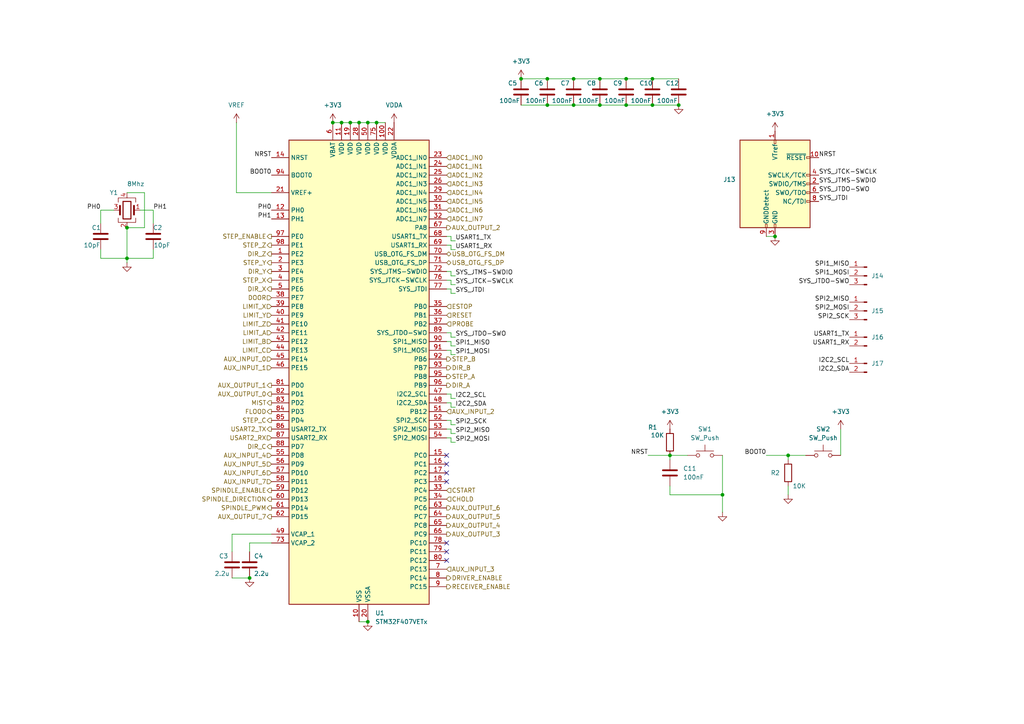
<source format=kicad_sch>
(kicad_sch (version 20250114) (generator "eeschema") (generator_version "9.0")
  (paper "A4")
  (lib_symbols
    (symbol "Connector:Conn_01x02_Pin" (pin_names (offset 1.016) (hide yes))
      (property "Reference" "J" (at 0 2.54 0))
      (property "Value" "Conn_01x02_Pin" (at 0 -5.08 0))
      (symbol "Conn_01x02_Pin_1_1"
        (rectangle (start 0.8636 0.127) (end 0 -0.127) (stroke (width 0.1524)) (fill (type outline)))
        (rectangle (start 0.8636 -2.413) (end 0 -2.667) (stroke (width 0.1524)) (fill (type outline)))
        (polyline (pts (xy 1.27 0) (xy 0.8636 0)) (stroke (width 0.1524)))
        (polyline (pts (xy 1.27 -2.54) (xy 0.8636 -2.54)) (stroke (width 0.1524)))
        (pin passive line (at 5.08 0 180) (length 3.81) (name "Pin_1") (number "1"))
        (pin passive line (at 5.08 -2.54 180) (length 3.81) (name "Pin_2") (number "2"))
      )
    )
    (symbol "Connector:Conn_01x03_Pin" (pin_names (offset 1.016) (hide yes))
      (property "Reference" "J" (at 0 5.08 0))
      (property "Value" "Conn_01x03_Pin" (at 0 -5.08 0))
      (symbol "Conn_01x03_Pin_1_1"
        (rectangle (start 0.8636 2.667) (end 0 2.413) (stroke (width 0.1524)) (fill (type outline)))
        (rectangle (start 0.8636 0.127) (end 0 -0.127) (stroke (width 0.1524)) (fill (type outline)))
        (rectangle (start 0.8636 -2.413) (end 0 -2.667) (stroke (width 0.1524)) (fill (type outline)))
        (polyline (pts (xy 1.27 2.54) (xy 0.8636 2.54)) (stroke (width 0.1524)))
        (polyline (pts (xy 1.27 0) (xy 0.8636 0)) (stroke (width 0.1524)))
        (polyline (pts (xy 1.27 -2.54) (xy 0.8636 -2.54)) (stroke (width 0.1524)))
        (pin passive line (at 5.08 2.54 180) (length 3.81) (name "Pin_1") (number "1"))
        (pin passive line (at 5.08 0 180) (length 3.81) (name "Pin_2") (number "2"))
        (pin passive line (at 5.08 -2.54 180) (length 3.81) (name "Pin_3") (number "3"))
      )
    )
    (symbol "Connector:Conn_ARM_JTAG_SWD_10" (pin_names (offset 1.016))
      (property "Reference" "J" (at -2.54 16.51 0))
      (property "Value" "Conn_ARM_JTAG_SWD_10" (at -2.54 13.97 0))
      (symbol "Conn_ARM_JTAG_SWD_10_0_1"
        (rectangle (start -10.16 12.7) (end 10.16 -12.7) (stroke (width 0.254)) (fill (type background)))
        (rectangle (start -2.794 -12.7) (end -2.286 -11.684))
        (rectangle (start -0.254 12.7) (end 0.254 11.684))
        (rectangle (start -0.254 -12.7) (end 0.254 -11.684))
        (rectangle (start 9.144 2.286) (end 10.16 2.794))
        (rectangle (start 10.16 7.874) (end 9.144 7.366))
        (rectangle (start 10.16 -0.254) (end 9.144 0.254))
        (rectangle (start 10.16 -2.794) (end 9.144 -2.286))
      )
      (symbol "Conn_ARM_JTAG_SWD_10_1_1"
        (rectangle (start 9.144 -5.334) (end 10.16 -4.826))
        (pin no_connect line (at -10.16 0 0) (length 2.54) (hide yes) (name "KEY") (number "7"))
        (pin passive line (at -2.54 -15.24 90) (length 2.54) (name "GNDDetect") (number "9"))
        (pin power_in line (at 0 15.24 270) (length 2.54) (name "VTref") (number "1"))
        (pin power_in line (at 0 -15.24 90) (length 2.54) (name "GND") (number "3"))
        (pin passive line (at 0 -15.24 90) (length 2.54) (hide yes) (name "GND") (number "5"))
        (pin open_collector line (at 12.7 7.62 180) (length 2.54) (name "~{RESET}") (number "10"))
        (pin output line (at 12.7 2.54 180) (length 2.54) (name "SWCLK/TCK") (number "4"))
        (pin bidirectional line (at 12.7 0 180) (length 2.54) (name "SWDIO/TMS") (number "2"))
        (pin input line (at 12.7 -2.54 180) (length 2.54) (name "SWO/TDO") (number "6"))
        (pin output line (at 12.7 -5.08 180) (length 2.54) (name "NC/TDI") (number "8"))
      )
    )
    (symbol "Device:C" (pin_numbers (hide yes)) (pin_names (offset 0.254))
      (property "Reference" "C" (at 0.635 2.54 0))
      (property "Value" "C" (at 0.635 -2.54 0))
      (symbol "C_0_1"
        (polyline (pts (xy -2.032 0.762) (xy 2.032 0.762)) (stroke (width 0.508)))
        (polyline (pts (xy -2.032 -0.762) (xy 2.032 -0.762)) (stroke (width 0.508)))
      )
      (symbol "C_1_1"
        (pin passive line (at 0 3.81 270) (length 2.794) (name "~") (number "1"))
        (pin passive line (at 0 -3.81 90) (length 2.794) (name "~") (number "2"))
      )
    )
    (symbol "Device:Crystal_GND24" (pin_names (offset 1.016) (hide yes))
      (property "Reference" "Y" (at 3.175 5.08 0))
      (property "Value" "Crystal_GND24" (at 3.175 3.175 0))
      (symbol "Crystal_GND24_0_1"
        (polyline (pts (xy -2.54 2.286) (xy -2.54 3.556) (xy 2.54 3.556) (xy 2.54 2.286)))
        (polyline (pts (xy -2.54 0) (xy -2.032 0)))
        (polyline (pts (xy -2.54 -2.286) (xy -2.54 -3.556) (xy 2.54 -3.556) (xy 2.54 -2.286)))
        (polyline (pts (xy -2.032 -1.27) (xy -2.032 1.27)) (stroke (width 0.508)))
        (rectangle (start -1.143 2.54) (end 1.143 -2.54) (stroke (width 0.3048)))
        (polyline (pts (xy 0 3.556) (xy 0 3.81)))
        (polyline (pts (xy 0 -3.81) (xy 0 -3.556)))
        (polyline (pts (xy 2.032 0) (xy 2.54 0)))
        (polyline (pts (xy 2.032 -1.27) (xy 2.032 1.27)) (stroke (width 0.508)))
      )
      (symbol "Crystal_GND24_1_1"
        (pin passive line (at -3.81 0 0) (length 1.27) (name "1") (number "1"))
        (pin passive line (at 0 5.08 270) (length 1.27) (name "2") (number "2"))
        (pin passive line (at 0 -5.08 90) (length 1.27) (name "4") (number "4"))
        (pin passive line (at 3.81 0 180) (length 1.27) (name "3") (number "3"))
      )
    )
    (symbol "Device:R" (pin_numbers (hide yes)) (pin_names (offset 0))
      (property "Reference" "R" (at 2.032 0 90))
      (property "Value" "R" (at 0 0 90))
      (symbol "R_0_1"
        (rectangle (start -1.016 -2.54) (end 1.016 2.54) (stroke (width 0.254)))
      )
      (symbol "R_1_1"
        (pin passive line (at 0 3.81 270) (length 1.27) (name "~") (number "1"))
        (pin passive line (at 0 -3.81 90) (length 1.27) (name "~") (number "2"))
      )
    )
    (symbol "MCU_ST_STM32F4:STM32F407VETx"
      (property "Reference" "U" (at -20.32 69.85 0))
      (property "Value" "STM32F407VETx" (at 12.7 69.85 0))
      (symbol "STM32F407VETx_0_1"
        (rectangle (start -20.32 -66.04) (end 20.32 68.58) (stroke (width 0.254)) (fill (type background)))
      )
      (symbol "STM32F407VETx_1_1"
        (pin input line (at -25.4 63.5 0) (length 5.08) (name "NRST") (number "14"))
        (pin input line (at -25.4 58.42 0) (length 5.08) (name "BOOT0") (number "94"))
        (pin input line (at -25.4 53.34 0) (length 5.08) (name "VREF+") (number "21"))
        (pin bidirectional line (at -25.4 48.26 0) (length 5.08) (name "PH0") (number "12"))
        (pin bidirectional line (at -25.4 45.72 0) (length 5.08) (name "PH1") (number "13"))
        (pin bidirectional line (at -25.4 40.64 0) (length 5.08) (name "PE0") (number "97"))
        (pin bidirectional line (at -25.4 38.1 0) (length 5.08) (name "PE1") (number "98"))
        (pin bidirectional line (at -25.4 35.56 0) (length 5.08) (name "PE2") (number "1"))
        (pin bidirectional line (at -25.4 33.02 0) (length 5.08) (name "PE3") (number "2"))
        (pin bidirectional line (at -25.4 30.48 0) (length 5.08) (name "PE4") (number "3"))
        (pin bidirectional line (at -25.4 27.94 0) (length 5.08) (name "PE5") (number "4"))
        (pin bidirectional line (at -25.4 25.4 0) (length 5.08) (name "PE6") (number "5"))
        (pin bidirectional line (at -25.4 22.86 0) (length 5.08) (name "PE7") (number "38"))
        (pin bidirectional line (at -25.4 20.32 0) (length 5.08) (name "PE8") (number "39"))
        (pin bidirectional line (at -25.4 17.78 0) (length 5.08) (name "PE9") (number "40"))
        (pin bidirectional line (at -25.4 15.24 0) (length 5.08) (name "PE10") (number "41"))
        (pin bidirectional line (at -25.4 12.7 0) (length 5.08) (name "PE11") (number "42"))
        (pin bidirectional line (at -25.4 10.16 0) (length 5.08) (name "PE12") (number "43"))
        (pin bidirectional line (at -25.4 7.62 0) (length 5.08) (name "PE13") (number "44"))
        (pin bidirectional line (at -25.4 5.08 0) (length 5.08) (name "PE14") (number "45"))
        (pin bidirectional line (at -25.4 2.54 0) (length 5.08) (name "PE15") (number "46"))
        (pin bidirectional line (at -25.4 -2.54 0) (length 5.08) (name "PD0") (number "81"))
        (pin bidirectional line (at -25.4 -5.08 0) (length 5.08) (name "PD1") (number "82"))
        (pin bidirectional line (at -25.4 -7.62 0) (length 5.08) (name "PD2") (number "83"))
        (pin bidirectional line (at -25.4 -10.16 0) (length 5.08) (name "PD3") (number "84"))
        (pin bidirectional line (at -25.4 -12.7 0) (length 5.08) (name "PD4") (number "85"))
        (pin bidirectional line (at -25.4 -15.24 0) (length 5.08) (name "PD5") (number "86") (alternate "USART2_TX" bidirectional line))
        (pin bidirectional line (at -25.4 -17.78 0) (length 5.08) (name "PD6") (number "87") (alternate "USART2_RX" bidirectional line))
        (pin bidirectional line (at -25.4 -20.32 0) (length 5.08) (name "PD7") (number "88"))
        (pin bidirectional line (at -25.4 -22.86 0) (length 5.08) (name "PD8") (number "55"))
        (pin bidirectional line (at -25.4 -25.4 0) (length 5.08) (name "PD9") (number "56"))
        (pin bidirectional line (at -25.4 -27.94 0) (length 5.08) (name "PD10") (number "57"))
        (pin bidirectional line (at -25.4 -30.48 0) (length 5.08) (name "PD11") (number "58"))
        (pin bidirectional line (at -25.4 -33.02 0) (length 5.08) (name "PD12") (number "59"))
        (pin bidirectional line (at -25.4 -35.56 0) (length 5.08) (name "PD13") (number "60"))
        (pin bidirectional line (at -25.4 -38.1 0) (length 5.08) (name "PD14") (number "61"))
        (pin bidirectional line (at -25.4 -40.64 0) (length 5.08) (name "PD15") (number "62"))
        (pin power_out line (at -25.4 -45.72 0) (length 5.08) (name "VCAP_1") (number "49"))
        (pin power_out line (at -25.4 -48.26 0) (length 5.08) (name "VCAP_2") (number "73"))
        (pin power_in line (at -7.62 73.66 270) (length 5.08) (name "VBAT") (number "6"))
        (pin power_in line (at -5.08 73.66 270) (length 5.08) (name "VDD") (number "11"))
        (pin power_in line (at -2.54 73.66 270) (length 5.08) (name "VDD") (number "19"))
        (pin power_in line (at 0 73.66 270) (length 5.08) (name "VDD") (number "28"))
        (pin power_in line (at 0 -71.12 90) (length 5.08) (name "VSS") (number "10"))
        (pin passive line (at 0 -71.12 90) (length 5.08) (hide yes) (name "VSS") (number "27"))
        (pin passive line (at 0 -71.12 90) (length 5.08) (hide yes) (name "VSS") (number "74"))
        (pin passive line (at 0 -71.12 90) (length 5.08) (hide yes) (name "VSS") (number "99"))
        (pin power_in line (at 2.54 73.66 270) (length 5.08) (name "VDD") (number "50"))
        (pin power_in line (at 2.54 -71.12 90) (length 5.08) (name "VSSA") (number "20"))
        (pin power_in line (at 5.08 73.66 270) (length 5.08) (name "VDD") (number "75"))
        (pin power_in line (at 7.62 73.66 270) (length 5.08) (name "VDD") (number "100"))
        (pin power_in line (at 10.16 73.66 270) (length 5.08) (name "VDDA") (number "22"))
        (pin bidirectional line (at 25.4 63.5 180) (length 5.08) (name "PA0") (number "23") (alternate "ADC1_IN0" bidirectional line))
        (pin bidirectional line (at 25.4 60.96 180) (length 5.08) (name "PA1") (number "24") (alternate "ADC1_IN1" bidirectional line))
        (pin bidirectional line (at 25.4 58.42 180) (length 5.08) (name "PA2") (number "25") (alternate "ADC1_IN2" bidirectional line) (alternate "USART2_TX" bidirectional line))
        (pin bidirectional line (at 25.4 55.88 180) (length 5.08) (name "PA3") (number "26") (alternate "ADC1_IN3" bidirectional line) (alternate "USART2_RX" bidirectional line))
        (pin bidirectional line (at 25.4 53.34 180) (length 5.08) (name "PA4") (number "29") (alternate "ADC1_IN4" bidirectional line))
        (pin bidirectional line (at 25.4 50.8 180) (length 5.08) (name "PA5") (number "30") (alternate "ADC1_IN5" bidirectional line))
        (pin bidirectional line (at 25.4 48.26 180) (length 5.08) (name "PA6") (number "31") (alternate "ADC1_IN6" bidirectional line) (alternate "SPI1_MISO" bidirectional line))
        (pin bidirectional line (at 25.4 45.72 180) (length 5.08) (name "PA7") (number "32") (alternate "ADC1_IN7" bidirectional line) (alternate "SPI1_MOSI" bidirectional line))
        (pin bidirectional line (at 25.4 43.18 180) (length 5.08) (name "PA8") (number "67") (alternate "" input line))
        (pin bidirectional line (at 25.4 40.64 180) (length 5.08) (name "PA9") (number "68") (alternate "USART1_TX" bidirectional line))
        (pin bidirectional line (at 25.4 38.1 180) (length 5.08) (name "PA10") (number "69") (alternate "USART1_RX" bidirectional line))
        (pin bidirectional line (at 25.4 35.56 180) (length 5.08) (name "PA11") (number "70") (alternate "USB_OTG_FS_DM" bidirectional line))
        (pin bidirectional line (at 25.4 33.02 180) (length 5.08) (name "PA12") (number "71") (alternate "USB_OTG_FS_DP" bidirectional line))
        (pin bidirectional line (at 25.4 30.48 180) (length 5.08) (name "PA13") (number "72") (alternate "SYS_JTMS-SWDIO" bidirectional line))
        (pin bidirectional line (at 25.4 27.94 180) (length 5.08) (name "PA14") (number "76") (alternate "SYS_JTCK-SWCLK" bidirectional line))
        (pin bidirectional line (at 25.4 25.4 180) (length 5.08) (name "PA15") (number "77") (alternate "SYS_JTDI" bidirectional line))
        (pin bidirectional line (at 25.4 20.32 180) (length 5.08) (name "PB0") (number "35") (alternate "" input line))
        (pin bidirectional line (at 25.4 17.78 180) (length 5.08) (name "PB1") (number "36"))
        (pin bidirectional line (at 25.4 15.24 180) (length 5.08) (name "PB2") (number "37"))
        (pin bidirectional line (at 25.4 12.7 180) (length 5.08) (name "PB3") (number "89") (alternate "SYS_JTDO-SWO" bidirectional line))
        (pin bidirectional line (at 25.4 10.16 180) (length 5.08) (name "PB4") (number "90") (alternate "" input line) (alternate "SPI1_MISO" bidirectional line))
        (pin bidirectional line (at 25.4 7.62 180) (length 5.08) (name "PB5") (number "91") (alternate "" input line) (alternate "SPI1_MOSI" bidirectional line))
        (pin bidirectional line (at 25.4 5.08 180) (length 5.08) (name "PB6") (number "92") (alternate "USART1_TX" bidirectional line))
        (pin bidirectional line (at 25.4 2.54 180) (length 5.08) (name "PB7") (number "93") (alternate "USART1_RX" bidirectional line))
        (pin bidirectional line (at 25.4 0 180) (length 5.08) (name "PB8") (number "95"))
        (pin bidirectional line (at 25.4 -2.54 180) (length 5.08) (name "PB9") (number "96"))
        (pin bidirectional line (at 25.4 -5.08 180) (length 5.08) (name "PB10") (number "47") (alternate "I2C2_SCL" bidirectional line) (alternate "SPI2_SCK" bidirectional line))
        (pin bidirectional line (at 25.4 -7.62 180) (length 5.08) (name "PB11") (number "48") (alternate "I2C2_SDA" bidirectional line))
        (pin bidirectional line (at 25.4 -10.16 180) (length 5.08) (name "PB12") (number "51"))
        (pin bidirectional line (at 25.4 -12.7 180) (length 5.08) (name "PB13") (number "52") (alternate "SPI2_SCK" bidirectional line))
        (pin bidirectional line (at 25.4 -15.24 180) (length 5.08) (name "PB14") (number "53") (alternate "SPI2_MISO" bidirectional line))
        (pin bidirectional line (at 25.4 -17.78 180) (length 5.08) (name "PB15") (number "54") (alternate "SPI2_MOSI" bidirectional line))
        (pin bidirectional line (at 25.4 -22.86 180) (length 5.08) (name "PC0") (number "15"))
        (pin bidirectional line (at 25.4 -25.4 180) (length 5.08) (name "PC1") (number "16"))
        (pin bidirectional line (at 25.4 -27.94 180) (length 5.08) (name "PC2") (number "17") (alternate "SPI2_MISO" bidirectional line))
        (pin bidirectional line (at 25.4 -30.48 180) (length 5.08) (name "PC3") (number "18") (alternate "SPI2_MOSI" bidirectional line))
        (pin bidirectional line (at 25.4 -33.02 180) (length 5.08) (name "PC4") (number "33"))
        (pin bidirectional line (at 25.4 -35.56 180) (length 5.08) (name "PC5") (number "34"))
        (pin bidirectional line (at 25.4 -38.1 180) (length 5.08) (name "PC6") (number "63"))
        (pin bidirectional line (at 25.4 -40.64 180) (length 5.08) (name "PC7") (number "64"))
        (pin bidirectional line (at 25.4 -43.18 180) (length 5.08) (name "PC8") (number "65"))
        (pin bidirectional line (at 25.4 -45.72 180) (length 5.08) (name "PC9") (number "66"))
        (pin bidirectional line (at 25.4 -48.26 180) (length 5.08) (name "PC10") (number "78"))
        (pin bidirectional line (at 25.4 -50.8 180) (length 5.08) (name "PC11") (number "79"))
        (pin bidirectional line (at 25.4 -53.34 180) (length 5.08) (name "PC12") (number "80"))
        (pin bidirectional line (at 25.4 -55.88 180) (length 5.08) (name "PC13") (number "7"))
        (pin bidirectional line (at 25.4 -58.42 180) (length 5.08) (name "PC14") (number "8"))
        (pin bidirectional line (at 25.4 -60.96 180) (length 5.08) (name "PC15") (number "9"))
      )
    )
    (symbol "Switch:SW_Push" (pin_numbers (hide yes)) (pin_names (offset 1.016) (hide yes))
      (property "Reference" "SW" (at 1.27 2.54 0))
      (property "Value" "SW_Push" (at 0 -1.524 0))
      (symbol "SW_Push_0_1"
        (circle (center -2.032 0) (radius 0.508))
        (polyline (pts (xy 0 1.27) (xy 0 3.048)))
        (circle (center 2.032 0) (radius 0.508))
        (polyline (pts (xy 2.54 1.27) (xy -2.54 1.27)))
        (pin passive line (at -5.08 0 0) (length 2.54) (name "1") (number "1"))
        (pin passive line (at 5.08 0 180) (length 2.54) (name "2") (number "2"))
      )
    )
    (symbol "power:+3.3VA" (power) (pin_numbers (hide yes)) (pin_names (offset 0) (hide yes))
      (property "Value" "+3.3VA" (at 0 3.556 0))
      (symbol "+3.3VA_0_1"
        (polyline (pts (xy -0.762 1.27) (xy 0 2.54)))
        (polyline (pts (xy 0 2.54) (xy 0.762 1.27)))
        (polyline (pts (xy 0 0) (xy 0 2.54)))
      )
      (symbol "+3.3VA_1_1"
        (pin power_in line (at 0 0 90) (length 0) (name "~") (number "1"))
      )
    )
    (symbol "power:+3V3" (power) (pin_numbers (hide yes)) (pin_names (offset 0) (hide yes))
      (property "Value" "+3V3" (at 0 3.556 0))
      (symbol "+3V3_0_1"
        (polyline (pts (xy -0.762 1.27) (xy 0 2.54)))
        (polyline (pts (xy 0 2.54) (xy 0.762 1.27)))
        (polyline (pts (xy 0 0) (xy 0 2.54)))
      )
      (symbol "+3V3_1_1"
        (pin power_in line (at 0 0 90) (length 0) (name "~") (number "1"))
      )
    )
    (symbol "power:GND" (power) (pin_numbers (hide yes)) (pin_names (offset 0) (hide yes))
      (property "Value" "GND" (at 0 -3.81 0))
      (symbol "GND_0_1"
        (polyline (pts (xy 0 0) (xy 0 -1.27) (xy 1.27 -1.27) (xy 0 -2.54) (xy -1.27 -1.27) (xy 0 -1.27)))
      )
      (symbol "GND_1_1"
        (pin power_in line (at 0 0 270) (length 0) (name "~") (number "1"))
      )
    )
    (symbol "power:VDDA" (power) (pin_numbers (hide yes)) (pin_names (offset 0) (hide yes))
      (property "Value" "VDDA" (at 0 3.556 0))
      (symbol "VDDA_0_1"
        (polyline (pts (xy -0.762 1.27) (xy 0 2.54)))
        (polyline (pts (xy 0 2.54) (xy 0.762 1.27)))
        (polyline (pts (xy 0 0) (xy 0 2.54)))
      )
      (symbol "VDDA_1_1"
        (pin power_in line (at 0 0 90) (length 0) (name "~") (number "1"))
      )
    )
  )
  (junction (at 189.23 22.86))
  (junction (at 36.83 74.93))
  (junction (at 104.14 35.56))
  (junction (at 209.55 143.51))
  (junction (at 224.79 68.58))
  (junction (at 109.22 35.56))
  (junction (at 106.68 35.56))
  (junction (at 166.37 22.86))
  (junction (at 189.23 30.48))
  (junction (at 101.6 35.56))
  (junction (at 181.61 30.48))
  (junction (at 196.85 30.48))
  (junction (at 173.99 22.86))
  (junction (at 72.39 167.64))
  (junction (at 151.13 22.86))
  (junction (at 194.31 132.08))
  (junction (at 228.6 132.08))
  (junction (at 158.75 30.48))
  (junction (at 158.75 22.86))
  (junction (at 166.37 30.48))
  (junction (at 173.99 30.48))
  (junction (at 99.06 35.56))
  (junction (at 96.52 35.56))
  (junction (at 181.61 22.86))
  (junction (at 36.83 66.04))
  (junction (at 106.68 180.34))
  (no_connect (at 129.54 162.56))
  (no_connect (at 129.54 134.62))
  (no_connect (at 129.54 132.08))
  (no_connect (at 129.54 157.48))
  (no_connect (at 129.54 137.16))
  (no_connect (at 129.54 139.7))
  (no_connect (at 129.54 160.02))
  (wire (pts (xy 130.81 115.57) (xy 132.08 115.57)))
  (wire (pts (xy 151.13 22.86) (xy 158.75 22.86)))
  (wire (pts (xy 130.81 114.3) (xy 130.81 115.57)))
  (wire (pts (xy 173.99 30.48) (xy 181.61 30.48)))
  (wire (pts (xy 130.81 72.39) (xy 130.81 71.12)))
  (wire (pts (xy 130.81 123.19) (xy 130.81 121.92)))
  (wire (pts (xy 104.14 180.34) (xy 106.68 180.34)))
  (wire (pts (xy 129.54 101.6) (xy 130.81 101.6)))
  (wire (pts (xy 72.39 160.02) (xy 72.39 157.48)))
  (wire (pts (xy 44.45 74.93) (xy 44.45 72.39)))
  (wire (pts (xy 194.31 143.51) (xy 209.55 143.51)))
  (wire (pts (xy 130.81 97.79) (xy 132.08 97.79)))
  (wire (pts (xy 99.06 35.56) (xy 101.6 35.56)))
  (wire (pts (xy 194.31 133.35) (xy 194.31 132.08)))
  (wire (pts (xy 132.08 128.27) (xy 130.81 128.27)))
  (wire (pts (xy 129.54 116.84) (xy 130.81 116.84)))
  (wire (pts (xy 130.81 85.09) (xy 130.81 83.82)))
  (wire (pts (xy 228.6 143.51) (xy 228.6 140.97)))
  (wire (pts (xy 130.81 100.33) (xy 132.08 100.33)))
  (wire (pts (xy 68.58 35.56) (xy 68.58 55.88)))
  (wire (pts (xy 36.83 55.88) (xy 41.91 55.88)))
  (wire (pts (xy 130.81 68.58) (xy 129.54 68.58)))
  (wire (pts (xy 104.14 35.56) (xy 106.68 35.56)))
  (wire (pts (xy 209.55 148.59) (xy 209.55 143.51)))
  (wire (pts (xy 130.81 80.01) (xy 132.08 80.01)))
  (wire (pts (xy 130.81 99.06) (xy 130.81 100.33)))
  (wire (pts (xy 41.91 55.88) (xy 41.91 66.04)))
  (wire (pts (xy 130.81 128.27) (xy 130.81 127)))
  (wire (pts (xy 222.25 68.58) (xy 224.79 68.58)))
  (wire (pts (xy 132.08 69.85) (xy 130.81 69.85)))
  (wire (pts (xy 129.54 114.3) (xy 130.81 114.3)))
  (wire (pts (xy 187.96 132.08) (xy 194.31 132.08)))
  (wire (pts (xy 36.83 74.93) (xy 44.45 74.93)))
  (wire (pts (xy 129.54 99.06) (xy 130.81 99.06)))
  (wire (pts (xy 130.81 124.46) (xy 129.54 124.46)))
  (wire (pts (xy 130.81 121.92) (xy 129.54 121.92)))
  (wire (pts (xy 222.25 132.08) (xy 228.6 132.08)))
  (wire (pts (xy 130.81 96.52) (xy 130.81 97.79)))
  (wire (pts (xy 132.08 85.09) (xy 130.81 85.09)))
  (wire (pts (xy 130.81 82.55) (xy 130.81 81.28)))
  (wire (pts (xy 130.81 102.87) (xy 132.08 102.87)))
  (wire (pts (xy 194.31 132.08) (xy 199.39 132.08)))
  (wire (pts (xy 130.81 127) (xy 129.54 127)))
  (wire (pts (xy 228.6 133.35) (xy 228.6 132.08)))
  (wire (pts (xy 132.08 72.39) (xy 130.81 72.39)))
  (wire (pts (xy 130.81 118.11) (xy 132.08 118.11)))
  (wire (pts (xy 130.81 101.6) (xy 130.81 102.87)))
  (wire (pts (xy 132.08 82.55) (xy 130.81 82.55)))
  (wire (pts (xy 44.45 60.96) (xy 40.64 60.96)))
  (wire (pts (xy 44.45 64.77) (xy 44.45 60.96)))
  (wire (pts (xy 101.6 35.56) (xy 104.14 35.56)))
  (wire (pts (xy 209.55 132.08) (xy 209.55 143.51)))
  (wire (pts (xy 130.81 71.12) (xy 129.54 71.12)))
  (wire (pts (xy 129.54 96.52) (xy 130.81 96.52)))
  (wire (pts (xy 36.83 74.93) (xy 36.83 76.2)))
  (wire (pts (xy 173.99 22.86) (xy 181.61 22.86)))
  (wire (pts (xy 68.58 55.88) (xy 78.74 55.88)))
  (wire (pts (xy 67.31 154.94) (xy 67.31 160.02)))
  (wire (pts (xy 228.6 132.08) (xy 233.68 132.08)))
  (wire (pts (xy 36.83 66.04) (xy 36.83 74.93)))
  (wire (pts (xy 29.21 60.96) (xy 33.02 60.96)))
  (wire (pts (xy 109.22 35.56) (xy 111.76 35.56)))
  (wire (pts (xy 130.81 80.01) (xy 130.81 78.74)))
  (wire (pts (xy 158.75 30.48) (xy 166.37 30.48)))
  (wire (pts (xy 130.81 78.74) (xy 129.54 78.74)))
  (wire (pts (xy 106.68 35.56) (xy 109.22 35.56)))
  (wire (pts (xy 132.08 125.73) (xy 130.81 125.73)))
  (wire (pts (xy 96.52 35.56) (xy 99.06 35.56)))
  (wire (pts (xy 243.84 124.46) (xy 243.84 132.08)))
  (wire (pts (xy 132.08 123.19) (xy 130.81 123.19)))
  (wire (pts (xy 166.37 22.86) (xy 173.99 22.86)))
  (wire (pts (xy 29.21 64.77) (xy 29.21 60.96)))
  (wire (pts (xy 130.81 125.73) (xy 130.81 124.46)))
  (wire (pts (xy 130.81 69.85) (xy 130.81 68.58)))
  (wire (pts (xy 130.81 83.82) (xy 129.54 83.82)))
  (wire (pts (xy 130.81 116.84) (xy 130.81 118.11)))
  (wire (pts (xy 72.39 157.48) (xy 78.74 157.48)))
  (wire (pts (xy 78.74 154.94) (xy 67.31 154.94)))
  (wire (pts (xy 189.23 22.86) (xy 196.85 22.86)))
  (wire (pts (xy 166.37 30.48) (xy 173.99 30.48)))
  (wire (pts (xy 36.83 74.93) (xy 29.21 74.93)))
  (wire (pts (xy 67.31 167.64) (xy 72.39 167.64)))
  (wire (pts (xy 41.91 66.04) (xy 36.83 66.04)))
  (wire (pts (xy 181.61 22.86) (xy 189.23 22.86)))
  (wire (pts (xy 151.13 30.48) (xy 158.75 30.48)))
  (wire (pts (xy 194.31 143.51) (xy 194.31 140.97)))
  (wire (pts (xy 130.81 81.28) (xy 129.54 81.28)))
  (wire (pts (xy 181.61 30.48) (xy 189.23 30.48)))
  (wire (pts (xy 29.21 74.93) (xy 29.21 72.39)))
  (wire (pts (xy 196.85 30.48) (xy 189.23 30.48)))
  (wire (pts (xy 158.75 22.86) (xy 166.37 22.86)))
  (label "I2C2_SDA" (at 132.08 118.11 0))
  (label "I2C2_SCL" (at 246.38 105.41 180))
  (label "SPI2_MOSI" (at 246.38 90.17 180))
  (label "I2C2_SCL" (at 132.08 115.57 0))
  (label "I2C2_SDA" (at 246.38 107.95 180))
  (label "PH0" (at 29.21 60.96 180))
  (label "SPI2_MISO" (at 132.08 125.73 0))
  (label "SYS_JTMS-SWDIO" (at 132.08 80.01 0))
  (label "SPI2_SCK" (at 132.08 123.19 0))
  (label "NRST" (at 187.96 132.08 180))
  (label "USART1_RX" (at 246.38 100.33 180))
  (label "SPI1_MISO" (at 132.08 100.33 0))
  (label "PH1" (at 44.45 60.96 0))
  (label "PH1" (at 78.74 63.5 180))
  (label "SYS_JTMS-SWDIO" (at 237.49 53.34 0))
  (label "SPI1_MOSI" (at 246.38 80.01 180))
  (label "BOOT0" (at 222.25 132.08 180))
  (label "BOOT0" (at 78.74 50.8 180))
  (label "SPI1_MOSI" (at 132.08 102.87 0))
  (label "SPI2_MISO" (at 246.38 87.63 180))
  (label "SYS_JTDI" (at 237.49 58.42 0))
  (label "SYS_JTDO-SWO" (at 132.08 97.79 0))
  (label "SYS_JTDO-SWO" (at 237.49 55.88 0))
  (label "SYS_JTCK-SWCLK" (at 132.08 82.55 0))
  (label "USART1_TX" (at 132.08 69.85 0))
  (label "SYS_JTDI" (at 132.08 85.09 0))
  (label "SPI2_SCK" (at 246.38 92.71 180))
  (label "SPI2_MOSI" (at 132.08 128.27 0))
  (label "PH0" (at 78.74 60.96 180))
  (label "NRST" (at 237.49 45.72 0))
  (label "USART1_TX" (at 246.38 97.79 180))
  (label "SYS_JTDO-SWO" (at 246.38 82.55 180))
  (label "SPI1_MISO" (at 246.38 77.47 180))
  (label "SYS_JTCK-SWCLK" (at 237.49 50.8 0))
  (label "NRST" (at 78.74 45.72 180))
  (label "USART1_RX" (at 132.08 72.39 0))
  (hierarchical_label "ADC1_IN5" (shape input) (at 129.54 58.42 0))
  (hierarchical_label "ADC1_IN7" (shape input) (at 129.54 63.5 0))
  (hierarchical_label "DOOR" (shape input) (at 78.74 86.36 180))
  (hierarchical_label "USB_OTG_FS_DP" (shape bidirectional) (at 129.54 76.2 0))
  (hierarchical_label "STEP_Z" (shape output) (at 78.74 71.12 180))
  (hierarchical_label "AUX_OUTPUT_0" (shape output) (at 78.74 114.3 180))
  (hierarchical_label "USART2_RX" (shape input) (at 78.74 127 180))
  (hierarchical_label "RECEIVER_ENABLE" (shape output) (at 129.54 170.18 0))
  (hierarchical_label "SPINDLE_ENABLE" (shape output) (at 78.74 142.24 180))
  (hierarchical_label "AUX_OUTPUT_7" (shape output) (at 78.74 149.86 180))
  (hierarchical_label "STEP_Y" (shape output) (at 78.74 76.2 180))
  (hierarchical_label "SPINDLE_DIRECTION" (shape output) (at 78.74 144.78 180))
  (hierarchical_label "ADC1_IN4" (shape input) (at 129.54 55.88 0))
  (hierarchical_label "USB_OTG_FS_DM" (shape bidirectional) (at 129.54 73.66 0))
  (hierarchical_label "MIST" (shape output) (at 78.74 116.84 180))
  (hierarchical_label "DIR_C" (shape output) (at 78.74 129.54 180))
  (hierarchical_label "AUX_OUTPUT_5" (shape output) (at 129.54 149.86 0))
  (hierarchical_label "LIMIT_B" (shape input) (at 78.74 99.06 180))
  (hierarchical_label "LIMIT_A" (shape input) (at 78.74 96.52 180))
  (hierarchical_label "AUX_OUTPUT_2" (shape output) (at 129.54 66.04 0))
  (hierarchical_label "AUX_INPUT_1" (shape input) (at 78.74 106.68 180))
  (hierarchical_label "LIMIT_Z" (shape input) (at 78.74 93.98 180))
  (hierarchical_label "AUX_INPUT_7" (shape input) (at 78.74 139.7 180))
  (hierarchical_label "STEP_A" (shape output) (at 129.54 109.22 0))
  (hierarchical_label "ESTOP" (shape input) (at 129.54 88.9 0))
  (hierarchical_label "AUX_INPUT_3" (shape input) (at 129.54 165.1 0))
  (hierarchical_label "AUX_OUTPUT_6" (shape output) (at 129.54 147.32 0))
  (hierarchical_label "LIMIT_C" (shape input) (at 78.74 101.6 180))
  (hierarchical_label "LIMIT_Y" (shape input) (at 78.74 91.44 180))
  (hierarchical_label "DIR_A" (shape output) (at 129.54 111.76 0))
  (hierarchical_label "AUX_OUTPUT_1" (shape output) (at 78.74 111.76 180))
  (hierarchical_label "FLOOD" (shape output) (at 78.74 119.38 180))
  (hierarchical_label "LIMIT_X" (shape input) (at 78.74 88.9 180))
  (hierarchical_label "USART2_TX" (shape output) (at 78.74 124.46 180))
  (hierarchical_label "STEP_B" (shape output) (at 129.54 104.14 0))
  (hierarchical_label "DIR_Y" (shape output) (at 78.74 78.74 180))
  (hierarchical_label "ADC1_IN1" (shape input) (at 129.54 48.26 0))
  (hierarchical_label "AUX_INPUT_0" (shape input) (at 78.74 104.14 180))
  (hierarchical_label "AUX_OUTPUT_4" (shape output) (at 129.54 152.4 0))
  (hierarchical_label "AUX_INPUT_5" (shape input) (at 78.74 134.62 180))
  (hierarchical_label "AUX_INPUT_4" (shape input) (at 78.74 132.08 180))
  (hierarchical_label "DIR_X" (shape output) (at 78.74 83.82 180))
  (hierarchical_label "DRIVER_ENABLE" (shape output) (at 129.54 167.64 0))
  (hierarchical_label "DIR_Z" (shape output) (at 78.74 73.66 180))
  (hierarchical_label "STEP_ENABLE" (shape output) (at 78.74 68.58 180))
  (hierarchical_label "STEP_X" (shape output) (at 78.74 81.28 180))
  (hierarchical_label "CHOLD" (shape input) (at 129.54 144.78 0))
  (hierarchical_label "ADC1_IN0" (shape input) (at 129.54 45.72 0))
  (hierarchical_label "SPINDLE_PWM" (shape output) (at 78.74 147.32 180))
  (hierarchical_label "CSTART" (shape input) (at 129.54 142.24 0))
  (hierarchical_label "DIR_B" (shape output) (at 129.54 106.68 0))
  (hierarchical_label "ADC1_IN2" (shape input) (at 129.54 50.8 0))
  (hierarchical_label "STEP_C" (shape output) (at 78.74 121.92 180))
  (hierarchical_label "AUX_INPUT_6" (shape input) (at 78.74 137.16 180))
  (hierarchical_label "ADC1_IN3" (shape input) (at 129.54 53.34 0))
  (hierarchical_label "AUX_INPUT_2" (shape input) (at 129.54 119.38 0))
  (hierarchical_label "PROBE" (shape input) (at 129.54 93.98 0))
  (hierarchical_label "RESET" (shape input) (at 129.54 91.44 0))
  (hierarchical_label "ADC1_IN6" (shape input) (at 129.54 60.96 0))
  (hierarchical_label "AUX_OUTPUT_3" (shape output) (at 129.54 154.94 0))
  (symbol (lib_id "Device:C") (at 173.99 26.67 0) (unit 1)
    (property "Reference" "C8" (at 170.18 24.13 0) (effects (justify left)))
    (property "Value" "100nF" (at 167.64 29.21 0) (effects (justify left)))
    (property "Footprint" "Capacitor_SMD:C_0603_1608Metric" (effects (hide yes)))
    (property "Datasheet" "https://wmsc.lcsc.com/wmsc/upload/file/pdf/v2/lcsc/2211101700_YAGEO-CC0603KRX7R9BB104_C14663.pdf" (effects (hide yes)))
    (property "Description" "50V 100nF X7R ±10% 0603 Multilayer Ceramic Capacitors MLCC - SMD/SMT ROHS" (effects (hide yes)))
    (property "#" "C14663" (effects (hide yes)))
    (property "Height" ".8" (effects (hide yes)))
    (property "Width" ".8" (effects (hide yes)))
    (property "Length" "1.6" (effects (hide yes)))
    (property "Tape" "8x4" (effects (hide yes)))
  )
  (symbol (lib_id "power:GND") (at 196.85 30.48 0) (unit 1)
    (property "Reference" "#PWR025" (effects (hide yes)))
    (property "Value" "GND" (effects (hide yes)))
    (property "Description" "Power symbol creates a global label with name \"GND\" , ground" (effects (hide yes)))
  )
  (symbol (lib_id "Connector:Conn_ARM_JTAG_SWD_10") (at 224.79 53.34 0) (unit 1)
    (property "Reference" "J13" (at 213.36 52.0699 0) (effects (justify right)))
    (property "Value" "Conn_ARM_JTAG_SWD_10" (effects (hide yes)))
    (property "Footprint" "Connector_PinHeader_1.27mm:PinHeader_2x05_P1.27mm_Vertical_SMD" (effects (hide yes)))
    (property "Datasheet" "https://datasheet.lcsc.com/lcsc/2304140030_Amphenol-ICC-20021121-00010C4LF_C150517.pdf?_gl=1*4jlz8i*_ga*MTA5OTM3NDU3Ny4xNzE3ODEwNDk4*_ga_98M84MKSZH*MTcxODA3ODI1MC4xOS4xLjE3MTgwODg4ODUuNjAuMC4w" (effects (hide yes)))
    (property "Description" "Brick nogging 10P 1.27mm 双排 Black Copper Alloy 2x5P 1.27mm SMD,P=1.27mm Pin Headers ROHS" (effects (hide yes)))
    (property "#" "C150517" (effects (hide yes)))
  )
  (symbol (lib_id "power:+3V3") (at 96.52 35.56 0) (unit 1)
    (property "Reference" "#PWR020" (effects (hide yes)))
    (property "Value" "+3V3" (at 96.52 30.48 0))
    (property "Description" "Power symbol creates a global label with name \"+3V3\"" (effects (hide yes)))
  )
  (symbol (lib_id "power:GND") (at 224.79 68.58 0) (unit 1)
    (property "Reference" "#PWR028" (effects (hide yes)))
    (property "Value" "GND" (effects (hide yes)))
    (property "Description" "Power symbol creates a global label with name \"GND\" , ground" (effects (hide yes)))
  )
  (symbol (lib_id "Device:C") (at 189.23 26.67 0) (unit 1)
    (property "Reference" "C10" (at 185.42 24.13 0) (effects (justify left)))
    (property "Value" "100nF" (at 182.88 29.21 0) (effects (justify left)))
    (property "Footprint" "Capacitor_SMD:C_0603_1608Metric" (effects (hide yes)))
    (property "Datasheet" "https://wmsc.lcsc.com/wmsc/upload/file/pdf/v2/lcsc/2211101700_YAGEO-CC0603KRX7R9BB104_C14663.pdf" (effects (hide yes)))
    (property "Description" "50V 100nF X7R ±10% 0603 Multilayer Ceramic Capacitors MLCC - SMD/SMT ROHS" (effects (hide yes)))
    (property "#" "C14663" (effects (hide yes)))
    (property "Height" ".8" (effects (hide yes)))
    (property "Width" ".8" (effects (hide yes)))
    (property "Length" "1.6" (effects (hide yes)))
    (property "Tape" "8x4" (effects (hide yes)))
  )
  (symbol (lib_id "Device:C") (at 67.31 163.83 0) (unit 1)
    (property "Reference" "C3" (at 63.5 161.29 0) (effects (justify left)))
    (property "Value" "2.2u" (at 62.23 166.37 0) (effects (justify left)))
    (property "Footprint" "Capacitor_SMD:C_0603_1608Metric" (effects (hide yes)))
    (property "Datasheet" "https://lcsc.com/datasheet/lcsc_datasheet_2411220213_FH--Guangdong-Fenghua-Advanced-Tech-0603B225K160NT_C43922.pdf" (effects (hide yes)))
    (property "Description" "16V 2.2uF X7R ±10% 0603 Multilayer Ceramic Capacitors MLCC - SMD/SMT ROHS" (effects (hide yes)))
    (property "#" "C43922" (effects (hide yes)))
    (property "Height" ".8" (effects (hide yes)))
    (property "Width" ".8" (effects (hide yes)))
    (property "Length" "1.6" (effects (hide yes)))
    (property "Tape" "8x4" (effects (hide yes)))
  )
  (symbol (lib_id "power:+3V3") (at 194.31 124.46 0) (unit 1)
    (property "Reference" "#PWR024" (effects (hide yes)))
    (property "Value" "+3V3" (at 194.31 119.38 0))
    (property "Description" "Power symbol creates a global label with name \"+3V3\"" (effects (hide yes)))
  )
  (symbol (lib_id "Connector:Conn_01x03_Pin") (at 251.46 90.17 0) (mirror y) (unit 1)
    (property "Reference" "J15" (at 254.508 90.17 0))
    (property "Value" "Conn_01x03_Pin" (effects (hide yes)))
    (property "Footprint" "Connector_PinHeader_2.54mm:PinHeader_1x03_P2.54mm_Vertical" (effects (hide yes)))
    (property "Datasheet" "https://datasheet.lcsc.com/lcsc/2403051744_HCTL-PZ254-1-03-Z-8-5_C2894926.pdf?_gl=1*skd3og*_ga*MTA5OTM3NDU3Ny4xNzE3ODEwNDk4*_ga_98M84MKSZH*MTcxODA2Njc2OS4xNy4xLjE3MTgwNjg3ODQuNi4wLjA.https://datasheet.lcsc.com/lcsc/2403051744_HCTL-PZ254-1-03-Z-8-5_C2894926.pdf?_gl=1*skd3og*_ga*MTA5OTM3NDU3Ny4xNzE3ODEwNDk4*_ga_98M84MKSZH*MTcxODA2Njc2OS4xNy4xLjE3MTgwNjg3ODQuNi4wLjA." (effects (hide yes)))
    (property "Description" "3A Straight Square Pins 2.5mm 260℃@10S 3P 6mm -40℃~+105℃ 3mm 2.54mm Plugin Black Brass 1x3P Plugin,P=2.54mm Pin Headers ROHS" (effects (hide yes)))
    (property "#" "C2894926" (effects (hide yes)))
  )
  (symbol (lib_id "Device:C") (at 44.45 68.58 180) (unit 1)
    (property "Reference" "C2" (at 45.72 66.04 0))
    (property "Value" "10pF" (at 46.99 71.12 0))
    (property "Footprint" "Capacitor_SMD:C_0603_1608Metric" (effects (hide yes)))
    (property "Datasheet" "https://wmsc.lcsc.com/wmsc/upload/file/pdf/v2/lcsc/2304140030_Samsung-Electro-Mechanics-CL10C100JB8NNNC_C1634.pdf" (effects (hide yes)))
    (property "Description" "50V 10pF C0G ±5% 0603 Multilayer Ceramic Capacitors MLCC - SMD/SMT ROHS" (effects (hide yes)))
    (property "#" "C1634" (effects (hide yes)))
    (property "Height" ".8" (effects (hide yes)))
    (property "Width" ".8" (effects (hide yes)))
    (property "Length" "1.6" (effects (hide yes)))
    (property "Tape" "8x4" (effects (hide yes)))
  )
  (symbol (lib_id "power:GND") (at 209.55 148.59 0) (unit 1)
    (property "Reference" "#PWR026" (effects (hide yes)))
    (property "Value" "GND" (effects (hide yes)))
    (property "Description" "Power symbol creates a global label with name \"GND\" , ground" (effects (hide yes)))
  )
  (symbol (lib_id "Device:C") (at 151.13 26.67 0) (unit 1)
    (property "Reference" "C5" (at 147.32 24.13 0) (effects (justify left)))
    (property "Value" "100nF" (at 144.78 29.21 0) (effects (justify left)))
    (property "Footprint" "Capacitor_SMD:C_0603_1608Metric" (effects (hide yes)))
    (property "Datasheet" "https://wmsc.lcsc.com/wmsc/upload/file/pdf/v2/lcsc/2211101700_YAGEO-CC0603KRX7R9BB104_C14663.pdf" (effects (hide yes)))
    (property "Description" "50V 100nF X7R ±10% 0603 Multilayer Ceramic Capacitors MLCC - SMD/SMT ROHS" (effects (hide yes)))
    (property "#" "C14663" (effects (hide yes)))
    (property "Height" ".8" (effects (hide yes)))
    (property "Width" ".8" (effects (hide yes)))
    (property "Length" "1.6" (effects (hide yes)))
    (property "Tape" "8x4" (effects (hide yes)))
  )
  (symbol (lib_id "Device:C") (at 166.37 26.67 0) (unit 1)
    (property "Reference" "C7" (at 162.56 24.13 0) (effects (justify left)))
    (property "Value" "100nF" (at 160.02 29.21 0) (effects (justify left)))
    (property "Footprint" "Capacitor_SMD:C_0603_1608Metric" (effects (hide yes)))
    (property "Datasheet" "https://wmsc.lcsc.com/wmsc/upload/file/pdf/v2/lcsc/2211101700_YAGEO-CC0603KRX7R9BB104_C14663.pdf" (effects (hide yes)))
    (property "Description" "50V 100nF X7R ±10% 0603 Multilayer Ceramic Capacitors MLCC - SMD/SMT ROHS" (effects (hide yes)))
    (property "#" "C14663" (effects (hide yes)))
    (property "Height" ".8" (effects (hide yes)))
    (property "Width" ".8" (effects (hide yes)))
    (property "Length" "1.6" (effects (hide yes)))
    (property "Tape" "8x4" (effects (hide yes)))
  )
  (symbol (lib_id "power:GND") (at 228.6 143.51 0) (unit 1)
    (property "Reference" "#PWR029" (effects (hide yes)))
    (property "Value" "GND" (effects (hide yes)))
    (property "Description" "Power symbol creates a global label with name \"GND\" , ground" (effects (hide yes)))
  )
  (symbol (lib_id "Device:C") (at 158.75 26.67 0) (unit 1)
    (property "Reference" "C6" (at 154.94 24.13 0) (effects (justify left)))
    (property "Value" "100nF" (at 152.4 29.21 0) (effects (justify left)))
    (property "Footprint" "Capacitor_SMD:C_0603_1608Metric" (effects (hide yes)))
    (property "Datasheet" "https://wmsc.lcsc.com/wmsc/upload/file/pdf/v2/lcsc/2211101700_YAGEO-CC0603KRX7R9BB104_C14663.pdf" (effects (hide yes)))
    (property "Description" "50V 100nF X7R ±10% 0603 Multilayer Ceramic Capacitors MLCC - SMD/SMT ROHS" (effects (hide yes)))
    (property "#" "C14663" (effects (hide yes)))
    (property "Height" ".8" (effects (hide yes)))
    (property "Width" ".8" (effects (hide yes)))
    (property "Length" "1.6" (effects (hide yes)))
    (property "Tape" "8x4" (effects (hide yes)))
  )
  (symbol (lib_id "Device:C") (at 72.39 163.83 0) (unit 1)
    (property "Reference" "C4" (at 73.66 161.29 0) (effects (justify left)))
    (property "Value" "2.2u" (at 73.66 166.37 0) (effects (justify left)))
    (property "Footprint" "Capacitor_SMD:C_0603_1608Metric" (effects (hide yes)))
    (property "Datasheet" "https://lcsc.com/datasheet/lcsc_datasheet_2411220213_FH--Guangdong-Fenghua-Advanced-Tech-0603B225K160NT_C43922.pdf" (effects (hide yes)))
    (property "Description" "16V 2.2uF X7R ±10% 0603 Multilayer Ceramic Capacitors MLCC - SMD/SMT ROHS" (effects (hide yes)))
    (property "#" "C43922" (effects (hide yes)))
    (property "Height" ".8" (effects (hide yes)))
    (property "Width" ".8" (effects (hide yes)))
    (property "Length" "1.6" (effects (hide yes)))
    (property "Tape" "8x4" (effects (hide yes)))
  )
  (symbol (lib_id "Device:C") (at 194.31 137.16 0) (unit 1)
    (property "Reference" "C11" (at 198.12 135.8899 0) (effects (justify left)))
    (property "Value" "100nF" (at 198.12 138.4299 0) (effects (justify left)))
    (property "Footprint" "Capacitor_SMD:C_0603_1608Metric" (effects (hide yes)))
    (property "Datasheet" "https://wmsc.lcsc.com/wmsc/upload/file/pdf/v2/lcsc/2211101700_YAGEO-CC0603KRX7R9BB104_C14663.pdf" (effects (hide yes)))
    (property "Description" "50V 100nF X7R ±10% 0603 Multilayer Ceramic Capacitors MLCC - SMD/SMT ROHS" (effects (hide yes)))
    (property "#" "C14663" (effects (hide yes)))
    (property "Height" ".8" (effects (hide yes)))
    (property "Width" ".8" (effects (hide yes)))
    (property "Length" "1.6" (effects (hide yes)))
    (property "Tape" "8x4" (effects (hide yes)))
  )
  (symbol (lib_id "Device:Crystal_GND24") (at 36.83 60.96 180) (unit 1)
    (property "Reference" "Y1" (at 33.02 55.88 0))
    (property "Value" "8Mhz" (at 39.37 53.34 0))
    (property "Footprint" "Crystal:Crystal_SMD_3225-4Pin_3.2x2.5mm" (effects (hide yes)))
    (property "Datasheet" "https://datasheet.lcsc.com/lcsc/2008261838_Suzhou-Liming-Elec-3225-8-00-12-10-10-A_C518155.pdf?_gl=1*1pnov5a*_ga*MTA5OTM3NDU3Ny4xNzE3ODEwNDk4*_ga_98M84MKSZH*MTcxNzg0NTQ5Mi42LjAuMTcxNzg0NTQ5Mi42MC4wLjA." (effects (hide yes)))
    (property "Description" "8MHz  12pF ±10ppm ±10ppm SMD3225-4P Crystals ROHS" (effects (hide yes)))
    (property "#" "C518155" (effects (hide yes)))
  )
  (symbol (lib_id "Device:C") (at 196.85 26.67 0) (unit 1)
    (property "Reference" "C12" (at 193.04 24.13 0) (effects (justify left)))
    (property "Value" "100nF" (at 190.5 29.21 0) (effects (justify left)))
    (property "Footprint" "Capacitor_SMD:C_0603_1608Metric" (effects (hide yes)))
    (property "Datasheet" "https://wmsc.lcsc.com/wmsc/upload/file/pdf/v2/lcsc/2211101700_YAGEO-CC0603KRX7R9BB104_C14663.pdf" (effects (hide yes)))
    (property "Description" "50V 100nF X7R ±10% 0603 Multilayer Ceramic Capacitors MLCC - SMD/SMT ROHS" (effects (hide yes)))
    (property "#" "C14663" (effects (hide yes)))
    (property "Height" ".8" (effects (hide yes)))
    (property "Width" ".8" (effects (hide yes)))
    (property "Length" "1.6" (effects (hide yes)))
    (property "Tape" "8x4" (effects (hide yes)))
  )
  (symbol (lib_id "Device:R") (at 228.6 137.16 0) (unit 1)
    (property "Reference" "R2" (at 223.52 137.16 0) (effects (justify left)))
    (property "Value" "10K" (at 229.87 140.97 0) (effects (justify left)))
    (property "Footprint" "Resistor_SMD:R_0603_1608Metric" (effects (hide yes)))
    (property "Datasheet" "https://wmsc.lcsc.com/wmsc/upload/file/pdf/v2/lcsc/2206010045_UNI-ROYAL-Uniroyal-Elec-0603WAF1002T5E_C25804.pdf" (effects (hide yes)))
    (property "Description" "100mW Thick Film Resistors 75V ±100ppm/℃ ±1% 10kΩ 0603 Chip Resistor - Surface Mount ROHS" (effects (hide yes)))
    (property "#" "C25804" (effects (hide yes)))
    (property "Height" ".45" (effects (hide yes)))
    (property "Width" ".8" (effects (hide yes)))
    (property "Length" "1.6" (effects (hide yes)))
    (property "Tape" "8x4" (effects (hide yes)))
  )
  (symbol (lib_id "Connector:Conn_01x03_Pin") (at 251.46 80.01 0) (mirror y) (unit 1)
    (property "Reference" "J14" (at 254.508 80.01 0))
    (property "Value" "Conn_01x03_Pin" (effects (hide yes)))
    (property "Footprint" "Connector_PinHeader_2.54mm:PinHeader_1x03_P2.54mm_Vertical" (effects (hide yes)))
    (property "Datasheet" "https://datasheet.lcsc.com/lcsc/2403051744_HCTL-PZ254-1-03-Z-8-5_C2894926.pdf?_gl=1*skd3og*_ga*MTA5OTM3NDU3Ny4xNzE3ODEwNDk4*_ga_98M84MKSZH*MTcxODA2Njc2OS4xNy4xLjE3MTgwNjg3ODQuNi4wLjA.https://datasheet.lcsc.com/lcsc/2403051744_HCTL-PZ254-1-03-Z-8-5_C2894926.pdf?_gl=1*skd3og*_ga*MTA5OTM3NDU3Ny4xNzE3ODEwNDk4*_ga_98M84MKSZH*MTcxODA2Njc2OS4xNy4xLjE3MTgwNjg3ODQuNi4wLjA." (effects (hide yes)))
    (property "Description" "3A Straight Square Pins 2.5mm 260℃@10S 3P 6mm -40℃~+105℃ 3mm 2.54mm Plugin Black Brass 1x3P Plugin,P=2.54mm Pin Headers ROHS" (effects (hide yes)))
    (property "#" "C2894926" (effects (hide yes)))
  )
  (symbol (lib_id "Switch:SW_Push") (at 204.47 132.08 0) (unit 1)
    (property "Reference" "SW1" (at 204.47 124.46 0))
    (property "Value" "SW_Push" (at 204.47 127 0))
    (property "Footprint" "Button_Switch_SMD:SW_Push_1P1T_XKB_TS-1187A" (effects (hide yes)))
    (property "Datasheet" "https://wmsc.lcsc.com/wmsc/upload/file/pdf/v2/lcsc/2304140030_XKB-Connection-TS-1187A-B-A-B_C318884.pdf" (effects (hide yes)))
    (property "Description" "No Without 50mA 5.1mm 100,000 Times 160gf 12V 5.1mm 1.5mm Round Button Brick nogging SPST SMD Tactile Switches ROHS" (effects (hide yes)))
    (property "#" "C318884" (effects (hide yes)))
    (property "Height" "1.5" (effects (hide yes)))
    (property "Width" "6.5" (effects (hide yes)))
    (property "Length" "5.1" (effects (hide yes)))
  )
  (symbol (lib_id "power:GND") (at 72.39 167.64 0) (unit 1)
    (property "Reference" "#PWR019" (effects (hide yes)))
    (property "Value" "GND" (effects (hide yes)))
    (property "Description" "Power symbol creates a global label with name \"GND\" , ground" (effects (hide yes)))
  )
  (symbol (lib_id "power:VDDA") (at 114.3 35.56 0) (unit 1)
    (property "Reference" "#PWR022" (effects (hide yes)))
    (property "Value" "VDDA" (at 114.3 30.48 0))
    (property "Description" "Power symbol creates a global label with name \"VDDA\"" (effects (hide yes)))
  )
  (symbol (lib_id "Device:C") (at 181.61 26.67 0) (unit 1)
    (property "Reference" "C9" (at 177.8 24.13 0) (effects (justify left)))
    (property "Value" "100nF" (at 175.26 29.21 0) (effects (justify left)))
    (property "Footprint" "Capacitor_SMD:C_0603_1608Metric" (effects (hide yes)))
    (property "Datasheet" "https://wmsc.lcsc.com/wmsc/upload/file/pdf/v2/lcsc/2211101700_YAGEO-CC0603KRX7R9BB104_C14663.pdf" (effects (hide yes)))
    (property "Description" "50V 100nF X7R ±10% 0603 Multilayer Ceramic Capacitors MLCC - SMD/SMT ROHS" (effects (hide yes)))
    (property "#" "C14663" (effects (hide yes)))
    (property "Height" ".8" (effects (hide yes)))
    (property "Width" ".8" (effects (hide yes)))
    (property "Length" "1.6" (effects (hide yes)))
    (property "Tape" "8x4" (effects (hide yes)))
  )
  (symbol (lib_id "Connector:Conn_01x02_Pin") (at 251.46 97.79 0) (mirror y) (unit 1)
    (property "Reference" "J16" (at 252.73 97.7899 0) (effects (justify right)))
    (property "Value" "Conn_01x02_Pin" (effects (hide yes)))
    (property "Footprint" "Connector_PinHeader_2.54mm:PinHeader_1x02_P2.54mm_Vertical" (effects (hide yes)))
    (property "Datasheet" "https://www.lcsc.com/datasheet/lcsc_datasheet_2411121101_HCTL-PZ254-1-02-Z-8-5_C3012204.pdf" (effects (hide yes)))
    (property "Description" "3A Straight Policy 2.5mm 2P 6mm -40℃~+105℃ 3mm 2.54mm Brass Black Single Row 1x2P Plugin,P=2.54mm Pin Headers ROHS" (effects (hide yes)))
    (property "#" "C3012204" (effects (hide yes)))
  )
  (symbol (lib_id "power:GND") (at 106.68 180.34 0) (unit 1)
    (property "Reference" "#PWR021" (effects (hide yes)))
    (property "Value" "GND" (effects (hide yes)))
    (property "Description" "Power symbol creates a global label with name \"GND\" , ground" (effects (hide yes)))
  )
  (symbol (lib_id "Device:C") (at 29.21 68.58 180) (unit 1)
    (property "Reference" "C1" (at 27.94 66.04 0))
    (property "Value" "10pF" (at 26.67 71.12 0))
    (property "Footprint" "Capacitor_SMD:C_0603_1608Metric" (effects (hide yes)))
    (property "Datasheet" "https://wmsc.lcsc.com/wmsc/upload/file/pdf/v2/lcsc/2304140030_Samsung-Electro-Mechanics-CL10C100JB8NNNC_C1634.pdf" (effects (hide yes)))
    (property "Description" "50V 10pF C0G ±5% 0603 Multilayer Ceramic Capacitors MLCC - SMD/SMT ROHS" (effects (hide yes)))
    (property "#" "C1634" (effects (hide yes)))
    (property "Height" ".8" (effects (hide yes)))
    (property "Width" ".8" (effects (hide yes)))
    (property "Length" "1.6" (effects (hide yes)))
    (property "Tape" "8x4" (effects (hide yes)))
  )
  (symbol (lib_id "power:+3.3VA") (at 68.58 35.56 0) (unit 1)
    (property "Reference" "#PWR018" (effects (hide yes)))
    (property "Value" "VREF" (at 68.58 30.48 0))
    (property "Description" "Power symbol creates a global label with name \"+3.3VA\"" (effects (hide yes)))
  )
  (symbol (lib_id "Connector:Conn_01x02_Pin") (at 251.46 105.41 0) (mirror y) (unit 1)
    (property "Reference" "J17" (at 252.73 105.4099 0) (effects (justify right)))
    (property "Value" "Conn_01x02_Pin" (effects (hide yes)))
    (property "Footprint" "Connector_PinHeader_2.54mm:PinHeader_1x02_P2.54mm_Vertical" (effects (hide yes)))
    (property "Datasheet" "https://www.lcsc.com/datasheet/lcsc_datasheet_2411121101_HCTL-PZ254-1-02-Z-8-5_C3012204.pdf" (effects (hide yes)))
    (property "Description" "3A Straight Policy 2.5mm 2P 6mm -40℃~+105℃ 3mm 2.54mm Brass Black Single Row 1x2P Plugin,P=2.54mm Pin Headers ROHS" (effects (hide yes)))
    (property "#" "C3012204" (effects (hide yes)))
  )
  (symbol (lib_id "Device:R") (at 194.31 128.27 0) (unit 1)
    (property "Reference" "R1" (at 187.96 123.952 0) (effects (justify left)))
    (property "Value" "10K" (at 188.722 126.238 0) (effects (justify left)))
    (property "Footprint" "Resistor_SMD:R_0603_1608Metric" (effects (hide yes)))
    (property "Datasheet" "https://wmsc.lcsc.com/wmsc/upload/file/pdf/v2/lcsc/2206010045_UNI-ROYAL-Uniroyal-Elec-0603WAF1002T5E_C25804.pdf" (effects (hide yes)))
    (property "Description" "100mW Thick Film Resistors 75V ±100ppm/℃ ±1% 10kΩ 0603 Chip Resistor - Surface Mount ROHS" (effects (hide yes)))
    (property "#" "C25804" (effects (hide yes)))
    (property "Height" ".45" (effects (hide yes)))
    (property "Width" ".8" (effects (hide yes)))
    (property "Length" "1.6" (effects (hide yes)))
    (property "Tape" "8x4" (effects (hide yes)))
  )
  (symbol (lib_id "MCU_ST_STM32F4:STM32F407VETx") (at 104.14 109.22 0) (unit 1)
    (property "Reference" "U1" (at 108.8233 177.8 0) (effects (justify left)))
    (property "Value" "STM32F407VETx" (at 108.8233 180.34 0) (effects (justify left)))
    (property "Footprint" "Package_QFP:LQFP-100_14x14mm_P0.5mm" (effects (hide yes)))
    (property "Datasheet" "https://www.st.com/resource/en/datasheet/stm32f407ve.pdf" (effects (hide yes)))
    (property "Description" "STMicroelectronics Arm Cortex-M4 MCU, 512KB flash, 192KB RAM, 168 MHz, 1.8-3.6V, 82 GPIO, LQFP100" (effects (hide yes)))
    (property "#" "C28730" (effects (hide yes)))
    (property "Height" "1.45" (effects (hide yes)))
    (property "Width" "14" (effects (hide yes)))
    (property "Length" "14" (effects (hide yes)))
    (property "Tape" "Tray" (effects (hide yes)))
    (pin "70" (alternate "USB_OTG_FS_DM"))
    (pin "54" (alternate "SPI2_MOSI"))
    (pin "67" (alternate "PA8"))
    (pin "89" (alternate "SYS_JTDO-SWO"))
    (pin "30" (alternate "ADC1_IN5"))
    (pin "32" (alternate "ADC1_IN7"))
    (pin "87" (alternate "USART2_RX"))
    (pin "52" (alternate "SPI2_SCK"))
    (pin "76" (alternate "SYS_JTCK-SWCLK"))
    (pin "68" (alternate "USART1_TX"))
    (pin "24" (alternate "ADC1_IN1"))
    (pin "26" (alternate "ADC1_IN3"))
    (pin "48" (alternate "I2C2_SDA"))
    (pin "47" (alternate "I2C2_SCL"))
    (pin "31" (alternate "ADC1_IN6"))
    (pin "23" (alternate "ADC1_IN0"))
    (pin "77" (alternate "SYS_JTDI"))
    (pin "71" (alternate "USB_OTG_FS_DP"))
    (pin "53" (alternate "SPI2_MISO"))
    (pin "86" (alternate "USART2_TX"))
    (pin "91" (alternate "SPI1_MOSI"))
    (pin "29" (alternate "ADC1_IN4"))
    (pin "69" (alternate "USART1_RX"))
    (pin "72" (alternate "SYS_JTMS-SWDIO"))
    (pin "25" (alternate "ADC1_IN2"))
    (pin "90" (alternate "SPI1_MISO"))
  )
  (symbol (lib_id "Switch:SW_Push") (at 238.76 132.08 0) (unit 1)
    (property "Reference" "SW2" (at 238.76 124.46 0))
    (property "Value" "SW_Push" (at 238.76 127 0))
    (property "Footprint" "Button_Switch_SMD:SW_Push_1P1T_XKB_TS-1187A" (effects (hide yes)))
    (property "Datasheet" "https://wmsc.lcsc.com/wmsc/upload/file/pdf/v2/lcsc/2304140030_XKB-Connection-TS-1187A-B-A-B_C318884.pdf" (effects (hide yes)))
    (property "Description" "No Without 50mA 5.1mm 100,000 Times 160gf 12V 5.1mm 1.5mm Round Button Brick nogging SPST SMD Tactile Switches ROHS" (effects (hide yes)))
    (property "#" "C318884" (effects (hide yes)))
    (property "Height" "1.5" (effects (hide yes)))
    (property "Width" "6.5" (effects (hide yes)))
    (property "Length" "5.1" (effects (hide yes)))
  )
  (symbol (lib_id "power:+3V3") (at 151.13 22.86 0) (unit 1)
    (property "Reference" "#PWR023" (effects (hide yes)))
    (property "Value" "+3V3" (at 151.13 17.78 0))
    (property "Description" "Power symbol creates a global label with name \"+3V3\"" (effects (hide yes)))
  )
  (symbol (lib_id "power:+3V3") (at 243.84 124.46 0) (unit 1)
    (property "Reference" "#PWR030" (effects (hide yes)))
    (property "Value" "+3V3" (at 243.84 119.38 0))
    (property "Description" "Power symbol creates a global label with name \"+3V3\"" (effects (hide yes)))
  )
  (symbol (lib_id "power:GND") (at 36.83 76.2 0) (unit 1)
    (property "Reference" "#PWR017" (effects (hide yes)))
    (property "Value" "GND" (effects (hide yes)))
    (property "Description" "Power symbol creates a global label with name \"GND\" , ground" (effects (hide yes)))
  )
  (symbol (lib_id "power:+3V3") (at 224.79 38.1 0) (unit 1)
    (property "Reference" "#PWR027" (effects (hide yes)))
    (property "Value" "+3V3" (at 224.79 33.02 0))
    (property "Description" "Power symbol creates a global label with name \"+3V3\"" (effects (hide yes)))
  )
)
</source>
